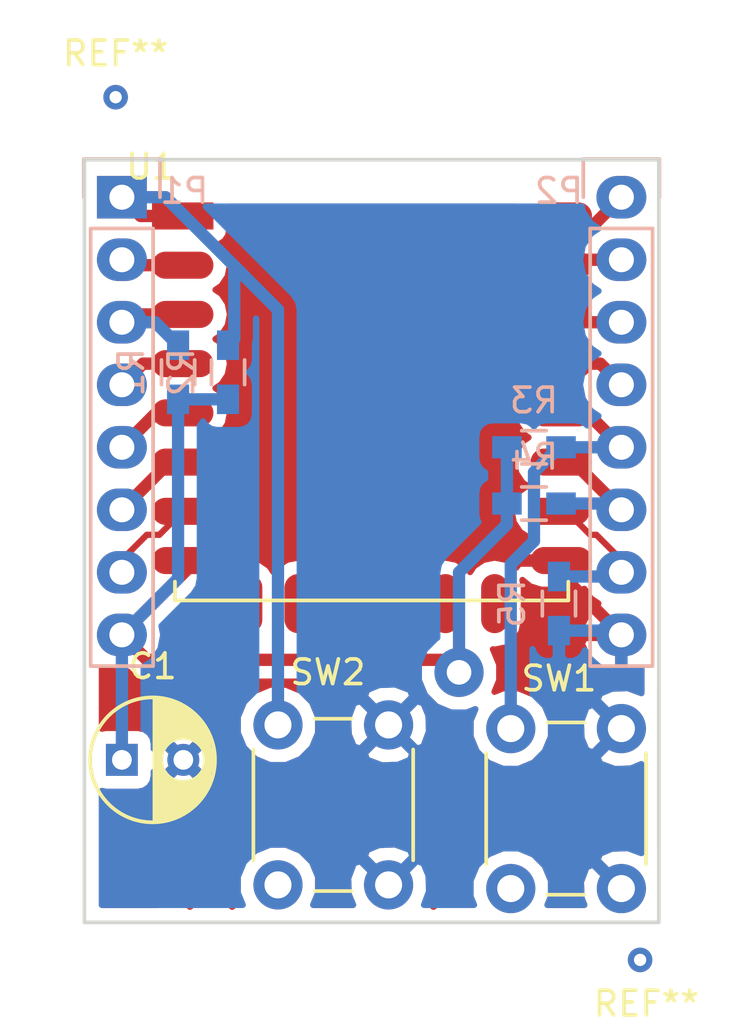
<source format=kicad_pcb>
(kicad_pcb (version 4) (host pcbnew 4.0.5+dfsg1-4)

  (general
    (links 36)
    (no_connects 2)
    (area 141.847499 101.302499 165.365501 132.440501)
    (thickness 1.6)
    (drawings 8)
    (tracks 72)
    (zones 0)
    (modules 13)
    (nets 17)
  )

  (page A4)
  (layers
    (0 F.Cu signal)
    (31 B.Cu signal)
    (32 B.Adhes user)
    (33 F.Adhes user)
    (34 B.Paste user)
    (35 F.Paste user)
    (36 B.SilkS user)
    (37 F.SilkS user)
    (38 B.Mask user)
    (39 F.Mask user)
    (40 Dwgs.User user)
    (41 Cmts.User user)
    (42 Eco1.User user)
    (43 Eco2.User user)
    (44 Edge.Cuts user)
    (45 Margin user)
    (46 B.CrtYd user)
    (47 F.CrtYd user)
    (48 B.Fab user)
    (49 F.Fab user)
  )

  (setup
    (last_trace_width 0.5)
    (user_trace_width 0.254)
    (user_trace_width 0.5)
    (trace_clearance 0.254)
    (zone_clearance 0.508)
    (zone_45_only no)
    (trace_min 0.2)
    (segment_width 0.2)
    (edge_width 0.15)
    (via_size 2)
    (via_drill 1)
    (via_min_size 0.4)
    (via_min_drill 0.3)
    (user_via 1.5 1)
    (uvia_size 0.3)
    (uvia_drill 0.1)
    (uvias_allowed no)
    (uvia_min_size 0.2)
    (uvia_min_drill 0.1)
    (pcb_text_width 0.3)
    (pcb_text_size 1.5 1.5)
    (mod_edge_width 0.15)
    (mod_text_size 1 1)
    (mod_text_width 0.15)
    (pad_size 1.524 1.524)
    (pad_drill 0.762)
    (pad_to_mask_clearance 0.2)
    (aux_axis_origin 0 0)
    (grid_origin 118.0465 77.5015)
    (visible_elements FFFFF77F)
    (pcbplotparams
      (layerselection 0x00000_00000001)
      (usegerberextensions false)
      (excludeedgelayer true)
      (linewidth 0.100000)
      (plotframeref false)
      (viasonmask false)
      (mode 1)
      (useauxorigin false)
      (hpglpennumber 1)
      (hpglpenspeed 20)
      (hpglpendiameter 15)
      (hpglpenoverlay 2)
      (psnegative false)
      (psa4output false)
      (plotreference false)
      (plotvalue false)
      (plotinvisibletext false)
      (padsonsilk false)
      (subtractmaskfromsilk false)
      (outputformat 5)
      (mirror true)
      (drillshape 1)
      (scaleselection 1)
      (outputdirectory /tmp/))
  )

  (net 0 "")
  (net 1 "Net-(P1-Pad1)")
  (net 2 "Net-(P1-Pad2)")
  (net 3 "Net-(P1-Pad3)")
  (net 4 "Net-(P1-Pad4)")
  (net 5 "Net-(P1-Pad5)")
  (net 6 "Net-(P1-Pad6)")
  (net 7 "Net-(P1-Pad7)")
  (net 8 "Net-(P2-Pad1)")
  (net 9 "Net-(P2-Pad2)")
  (net 10 "Net-(P2-Pad3)")
  (net 11 "Net-(P2-Pad4)")
  (net 12 "Net-(P2-Pad5)")
  (net 13 "Net-(P2-Pad6)")
  (net 14 "Net-(P2-Pad7)")
  (net 15 +3V3)
  (net 16 GND)

  (net_class Default "This is the default net class."
    (clearance 0.254)
    (trace_width 0.5)
    (via_dia 2)
    (via_drill 1)
    (uvia_dia 0.3)
    (uvia_drill 0.1)
    (add_net +3V3)
    (add_net GND)
    (add_net "Net-(P1-Pad1)")
    (add_net "Net-(P1-Pad2)")
    (add_net "Net-(P1-Pad3)")
    (add_net "Net-(P1-Pad4)")
    (add_net "Net-(P1-Pad5)")
    (add_net "Net-(P1-Pad6)")
    (add_net "Net-(P2-Pad1)")
    (add_net "Net-(P2-Pad2)")
    (add_net "Net-(P2-Pad3)")
    (add_net "Net-(P2-Pad4)")
    (add_net "Net-(P2-Pad6)")
    (add_net "Net-(P2-Pad7)")
  )

  (net_class thin ""
    (clearance 0.254)
    (trace_width 0.254)
    (via_dia 2)
    (via_drill 1)
    (uvia_dia 0.3)
    (uvia_drill 0.1)
    (add_net "Net-(P1-Pad7)")
    (add_net "Net-(P2-Pad5)")
  )

  (module Pin_Headers:Pin_Header_Straight_1x01 (layer F.Cu) (tedit 59ACF64A) (tstamp 59BFDC32)
    (at 143.1925 98.8375)
    (descr "Through hole pin header")
    (tags "pin header")
    (fp_text reference REF** (at 0 -1.778) (layer F.SilkS)
      (effects (font (size 1 1) (thickness 0.15)))
    )
    (fp_text value "" (at 0 -2) (layer F.Fab)
      (effects (font (size 1 1) (thickness 0.15)))
    )
    (pad 1 thru_hole circle (at 0 0) (size 1 1) (drill 0.5) (layers *.Cu *.Mask))
    (model Pin_Headers.3dshapes/Pin_Header_Straight_1x01.wrl
      (at (xyz 0 0 0))
      (scale (xyz 1 1 1))
      (rotate (xyz 0 0 90))
    )
  )

  (module Pin_Headers:Pin_Header_Straight_1x01 (layer F.Cu) (tedit 59ACF684) (tstamp 59BFDADC)
    (at 164.5285 133.8895)
    (descr "Through hole pin header")
    (tags "pin header")
    (fp_text reference REF** (at 0.254 1.778) (layer F.SilkS)
      (effects (font (size 1 1) (thickness 0.15)))
    )
    (fp_text value "" (at 0 -2) (layer F.Fab)
      (effects (font (size 1 1) (thickness 0.15)))
    )
    (pad 1 thru_hole circle (at 0 0) (size 1 1) (drill 0.5) (layers *.Cu *.Mask))
    (model Pin_Headers.3dshapes/Pin_Header_Straight_1x01.wrl
      (at (xyz 0 0 0))
      (scale (xyz 1 1 1))
      (rotate (xyz 0 0 90))
    )
  )

  (module Pin_Headers:Pin_Header_Straight_1x08 (layer B.Cu) (tedit 59ACF711) (tstamp 59ACDA29)
    (at 163.7665 102.9015 180)
    (descr "Through hole pin header")
    (tags "pin header")
    (path /59ACD781)
    (fp_text reference P2 (at 2.54 0.254 180) (layer B.SilkS)
      (effects (font (size 1 1) (thickness 0.15)) (justify mirror))
    )
    (fp_text value CONN_01X08 (at 0 3.1 180) (layer B.Fab)
      (effects (font (size 1 1) (thickness 0.15)) (justify mirror))
    )
    (fp_line (start -1.75 1.75) (end -1.75 -19.55) (layer B.CrtYd) (width 0.05))
    (fp_line (start 1.75 1.75) (end 1.75 -19.55) (layer B.CrtYd) (width 0.05))
    (fp_line (start -1.75 1.75) (end 1.75 1.75) (layer B.CrtYd) (width 0.05))
    (fp_line (start -1.75 -19.55) (end 1.75 -19.55) (layer B.CrtYd) (width 0.05))
    (fp_line (start 1.27 -1.27) (end 1.27 -19.05) (layer B.SilkS) (width 0.15))
    (fp_line (start 1.27 -19.05) (end -1.27 -19.05) (layer B.SilkS) (width 0.15))
    (fp_line (start -1.27 -19.05) (end -1.27 -1.27) (layer B.SilkS) (width 0.15))
    (fp_line (start 1.55 1.55) (end 1.55 0) (layer B.SilkS) (width 0.15))
    (fp_line (start 1.27 -1.27) (end -1.27 -1.27) (layer B.SilkS) (width 0.15))
    (fp_line (start -1.55 0) (end -1.55 1.55) (layer B.SilkS) (width 0.15))
    (fp_line (start -1.55 1.55) (end 1.55 1.55) (layer B.SilkS) (width 0.15))
    (pad 1 thru_hole oval (at 0 0 180) (size 2.032 1.7272) (drill 1.016) (layers *.Cu *.Mask)
      (net 8 "Net-(P2-Pad1)"))
    (pad 2 thru_hole oval (at 0 -2.54 180) (size 2.032 1.7272) (drill 1.016) (layers *.Cu *.Mask)
      (net 9 "Net-(P2-Pad2)"))
    (pad 3 thru_hole oval (at 0 -5.08 180) (size 2.032 1.7272) (drill 1.016) (layers *.Cu *.Mask)
      (net 10 "Net-(P2-Pad3)"))
    (pad 4 thru_hole oval (at 0 -7.62 180) (size 2.032 1.7272) (drill 1.016) (layers *.Cu *.Mask)
      (net 11 "Net-(P2-Pad4)"))
    (pad 5 thru_hole oval (at 0 -10.16 180) (size 2.032 1.7272) (drill 1.016) (layers *.Cu *.Mask)
      (net 12 "Net-(P2-Pad5)"))
    (pad 6 thru_hole oval (at 0 -12.7 180) (size 2.032 1.7272) (drill 1.016) (layers *.Cu *.Mask)
      (net 13 "Net-(P2-Pad6)"))
    (pad 7 thru_hole oval (at 0 -15.24 180) (size 2.032 1.7272) (drill 1.016) (layers *.Cu *.Mask)
      (net 14 "Net-(P2-Pad7)"))
    (pad 8 thru_hole oval (at 0 -17.78 180) (size 2.032 1.7272) (drill 1.016) (layers *.Cu *.Mask)
      (net 16 GND))
    (model Pin_Headers.3dshapes/Pin_Header_Straight_1x08.wrl
      (at (xyz 0 -0.35 0))
      (scale (xyz 1 1 1))
      (rotate (xyz 0 0 90))
    )
  )

  (module "esp12e SMD:ESP-12E" (layer F.Cu) (tedit 587078F2) (tstamp 58B78DC6)
    (at 146.6215 103.6635)
    (descr "Module, ESP-8266, ESP-12, 16 pad, SMD")
    (tags "Module ESP-8266 ESP8266")
    (path /586DECA6)
    (fp_text reference U1 (at -2 -2) (layer F.SilkS)
      (effects (font (size 1 1) (thickness 0.15)))
    )
    (fp_text value ESP-12E (at 8 1) (layer F.Fab)
      (effects (font (size 1 1) (thickness 0.15)))
    )
    (fp_line (start -2.25 -0.5) (end -2.25 -8.75) (layer F.CrtYd) (width 0.05))
    (fp_line (start -2.25 -8.75) (end 15.25 -8.75) (layer F.CrtYd) (width 0.05))
    (fp_line (start 15.25 -8.75) (end 16.25 -8.75) (layer F.CrtYd) (width 0.05))
    (fp_line (start 16.25 -8.75) (end 16.25 16) (layer F.CrtYd) (width 0.05))
    (fp_line (start 16.25 16) (end -2.25 16) (layer F.CrtYd) (width 0.05))
    (fp_line (start -2.25 16) (end -2.25 -0.5) (layer F.CrtYd) (width 0.05))
    (fp_line (start -1.016 -8.382) (end 14.986 -8.382) (layer F.CrtYd) (width 0.1524))
    (fp_line (start 14.986 -8.382) (end 14.986 -0.889) (layer F.CrtYd) (width 0.1524))
    (fp_line (start -1.016 -8.382) (end -1.016 -1.016) (layer F.CrtYd) (width 0.1524))
    (fp_line (start -1.016 14.859) (end -1.016 15.621) (layer F.SilkS) (width 0.1524))
    (fp_line (start -1.016 15.621) (end 14.986 15.621) (layer F.SilkS) (width 0.1524))
    (fp_line (start 14.986 15.621) (end 14.986 14.859) (layer F.SilkS) (width 0.1524))
    (fp_line (start 14.992 -8.4) (end -1.008 -2.6) (layer F.CrtYd) (width 0.1524))
    (fp_line (start -1.008 -8.4) (end 14.992 -2.6) (layer F.CrtYd) (width 0.1524))
    (fp_text user "No Copper" (at 6.892 -5.4) (layer F.CrtYd)
      (effects (font (size 1 1) (thickness 0.15)))
    )
    (fp_line (start -1.008 -2.6) (end 14.992 -2.6) (layer F.CrtYd) (width 0.1524))
    (fp_line (start 15 -8.4) (end 15 15.6) (layer F.Fab) (width 0.05))
    (fp_line (start 14.992 15.6) (end -1.008 15.6) (layer F.Fab) (width 0.05))
    (fp_line (start -1.008 15.6) (end -1.008 -8.4) (layer F.Fab) (width 0.05))
    (fp_line (start -1.008 -8.4) (end 14.992 -8.4) (layer F.Fab) (width 0.05))
    (pad 1 smd rect (at 0 0) (size 2.5 1.1) (drill (offset -0.7 0)) (layers F.Cu F.Paste F.Mask)
      (net 1 "Net-(P1-Pad1)"))
    (pad 2 smd oval (at 0 2) (size 2.5 1.1) (drill (offset -0.7 0)) (layers F.Cu F.Paste F.Mask)
      (net 2 "Net-(P1-Pad2)"))
    (pad 3 smd oval (at 0 4) (size 2.5 1.1) (drill (offset -0.7 0)) (layers F.Cu F.Paste F.Mask)
      (net 3 "Net-(P1-Pad3)"))
    (pad 4 smd oval (at 0 6) (size 2.5 1.1) (drill (offset -0.7 0)) (layers F.Cu F.Paste F.Mask)
      (net 4 "Net-(P1-Pad4)"))
    (pad 5 smd oval (at 0 8) (size 2.5 1.1) (drill (offset -0.7 0)) (layers F.Cu F.Paste F.Mask)
      (net 5 "Net-(P1-Pad5)"))
    (pad 6 smd oval (at 0 10) (size 2.5 1.1) (drill (offset -0.7 0)) (layers F.Cu F.Paste F.Mask)
      (net 6 "Net-(P1-Pad6)"))
    (pad 7 smd oval (at 0 12) (size 2.5 1.1) (drill (offset -0.7 0)) (layers F.Cu F.Paste F.Mask)
      (net 7 "Net-(P1-Pad7)"))
    (pad 8 smd oval (at 0 14) (size 2.5 1.1) (drill (offset -0.7 0)) (layers F.Cu F.Paste F.Mask)
      (net 15 +3V3))
    (pad 9 smd oval (at 14 14) (size 2.5 1.1) (drill (offset 0.7 0)) (layers F.Cu F.Paste F.Mask)
      (net 16 GND))
    (pad 10 smd oval (at 14 12) (size 2.5 1.1) (drill (offset 0.6 0)) (layers F.Cu F.Paste F.Mask)
      (net 14 "Net-(P2-Pad7)"))
    (pad 11 smd oval (at 14 10) (size 2.5 1.1) (drill (offset 0.7 0)) (layers F.Cu F.Paste F.Mask)
      (net 13 "Net-(P2-Pad6)"))
    (pad 12 smd oval (at 14 8) (size 2.5 1.1) (drill (offset 0.7 0)) (layers F.Cu F.Paste F.Mask)
      (net 12 "Net-(P2-Pad5)"))
    (pad 13 smd oval (at 14 6) (size 2.5 1.1) (drill (offset 0.7 0)) (layers F.Cu F.Paste F.Mask)
      (net 11 "Net-(P2-Pad4)"))
    (pad 14 smd oval (at 14 4) (size 2.5 1.1) (drill (offset 0.7 0)) (layers F.Cu F.Paste F.Mask)
      (net 10 "Net-(P2-Pad3)"))
    (pad 15 smd oval (at 14 2) (size 2.5 1.1) (drill (offset 0.7 0)) (layers F.Cu F.Paste F.Mask)
      (net 9 "Net-(P2-Pad2)"))
    (pad 16 smd oval (at 14 0) (size 2.5 1.1) (drill (offset 0.7 0)) (layers F.Cu F.Paste F.Mask)
      (net 8 "Net-(P2-Pad1)"))
    (pad 17 smd oval (at 1.99 15.75 90) (size 2.4 1.1) (layers F.Cu F.Paste F.Mask))
    (pad 18 smd oval (at 3.99 15.75 90) (size 2.4 1.1) (layers F.Cu F.Paste F.Mask))
    (pad 19 smd oval (at 5.99 15.75 90) (size 2.4 1.1) (layers F.Cu F.Paste F.Mask))
    (pad 20 smd oval (at 7.99 15.75 90) (size 2.4 1.1) (layers F.Cu F.Paste F.Mask))
    (pad 21 smd oval (at 9.99 15.75 90) (size 2.4 1.1) (layers F.Cu F.Paste F.Mask))
    (pad 22 smd oval (at 11.99 15.75 90) (size 2.4 1.1) (layers F.Cu F.Paste F.Mask))
    (model ${ESPLIB}/ESP8266.3dshapes/ESP-12.wrl
      (at (xyz 0 0 0))
      (scale (xyz 0.3937 0.3937 0.3937))
      (rotate (xyz 0 0 0))
    )
  )

  (module Pin_Headers:Pin_Header_Straight_1x08 (layer B.Cu) (tedit 59ACF70C) (tstamp 59ACDA1E)
    (at 143.4465 102.9015 180)
    (descr "Through hole pin header")
    (tags "pin header")
    (path /59ACD7D8)
    (fp_text reference P1 (at -2.54 0.254 180) (layer B.SilkS)
      (effects (font (size 1 1) (thickness 0.15)) (justify mirror))
    )
    (fp_text value CONN_01X08 (at 0 3.1 180) (layer B.Fab)
      (effects (font (size 1 1) (thickness 0.15)) (justify mirror))
    )
    (fp_line (start -1.75 1.75) (end -1.75 -19.55) (layer B.CrtYd) (width 0.05))
    (fp_line (start 1.75 1.75) (end 1.75 -19.55) (layer B.CrtYd) (width 0.05))
    (fp_line (start -1.75 1.75) (end 1.75 1.75) (layer B.CrtYd) (width 0.05))
    (fp_line (start -1.75 -19.55) (end 1.75 -19.55) (layer B.CrtYd) (width 0.05))
    (fp_line (start 1.27 -1.27) (end 1.27 -19.05) (layer B.SilkS) (width 0.15))
    (fp_line (start 1.27 -19.05) (end -1.27 -19.05) (layer B.SilkS) (width 0.15))
    (fp_line (start -1.27 -19.05) (end -1.27 -1.27) (layer B.SilkS) (width 0.15))
    (fp_line (start 1.55 1.55) (end 1.55 0) (layer B.SilkS) (width 0.15))
    (fp_line (start 1.27 -1.27) (end -1.27 -1.27) (layer B.SilkS) (width 0.15))
    (fp_line (start -1.55 0) (end -1.55 1.55) (layer B.SilkS) (width 0.15))
    (fp_line (start -1.55 1.55) (end 1.55 1.55) (layer B.SilkS) (width 0.15))
    (pad 1 thru_hole rect (at 0 0 180) (size 2.032 1.7272) (drill 1.016) (layers *.Cu *.Mask)
      (net 1 "Net-(P1-Pad1)"))
    (pad 2 thru_hole oval (at 0 -2.54 180) (size 2.032 1.7272) (drill 1.016) (layers *.Cu *.Mask)
      (net 2 "Net-(P1-Pad2)"))
    (pad 3 thru_hole oval (at 0 -5.08 180) (size 2.032 1.7272) (drill 1.016) (layers *.Cu *.Mask)
      (net 3 "Net-(P1-Pad3)"))
    (pad 4 thru_hole oval (at 0 -7.62 180) (size 2.032 1.7272) (drill 1.016) (layers *.Cu *.Mask)
      (net 4 "Net-(P1-Pad4)"))
    (pad 5 thru_hole oval (at 0 -10.16 180) (size 2.032 1.7272) (drill 1.016) (layers *.Cu *.Mask)
      (net 5 "Net-(P1-Pad5)"))
    (pad 6 thru_hole oval (at 0 -12.7 180) (size 2.032 1.7272) (drill 1.016) (layers *.Cu *.Mask)
      (net 6 "Net-(P1-Pad6)"))
    (pad 7 thru_hole oval (at 0 -15.24 180) (size 2.032 1.7272) (drill 1.016) (layers *.Cu *.Mask)
      (net 7 "Net-(P1-Pad7)"))
    (pad 8 thru_hole oval (at 0 -17.78 180) (size 2.032 1.7272) (drill 1.016) (layers *.Cu *.Mask)
      (net 15 +3V3))
    (model Pin_Headers.3dshapes/Pin_Header_Straight_1x08.wrl
      (at (xyz 0 -0.35 0))
      (scale (xyz 1 1 1))
      (rotate (xyz 0 0 90))
    )
  )

  (module Capacitors_ThroughHole:C_Radial_D5_L6_P2.5 (layer F.Cu) (tedit 0) (tstamp 59ACEFC2)
    (at 143.4465 125.7615)
    (descr "Radial Electrolytic Capacitor Diameter 5mm x Length 6mm, Pitch 2.5mm")
    (tags "Electrolytic Capacitor")
    (path /59ACE328)
    (fp_text reference C1 (at 1.25 -3.8) (layer F.SilkS)
      (effects (font (size 1 1) (thickness 0.15)))
    )
    (fp_text value 10uF (at 1.25 3.8) (layer F.Fab)
      (effects (font (size 1 1) (thickness 0.15)))
    )
    (fp_line (start 1.325 -2.499) (end 1.325 2.499) (layer F.SilkS) (width 0.15))
    (fp_line (start 1.465 -2.491) (end 1.465 2.491) (layer F.SilkS) (width 0.15))
    (fp_line (start 1.605 -2.475) (end 1.605 -0.095) (layer F.SilkS) (width 0.15))
    (fp_line (start 1.605 0.095) (end 1.605 2.475) (layer F.SilkS) (width 0.15))
    (fp_line (start 1.745 -2.451) (end 1.745 -0.49) (layer F.SilkS) (width 0.15))
    (fp_line (start 1.745 0.49) (end 1.745 2.451) (layer F.SilkS) (width 0.15))
    (fp_line (start 1.885 -2.418) (end 1.885 -0.657) (layer F.SilkS) (width 0.15))
    (fp_line (start 1.885 0.657) (end 1.885 2.418) (layer F.SilkS) (width 0.15))
    (fp_line (start 2.025 -2.377) (end 2.025 -0.764) (layer F.SilkS) (width 0.15))
    (fp_line (start 2.025 0.764) (end 2.025 2.377) (layer F.SilkS) (width 0.15))
    (fp_line (start 2.165 -2.327) (end 2.165 -0.835) (layer F.SilkS) (width 0.15))
    (fp_line (start 2.165 0.835) (end 2.165 2.327) (layer F.SilkS) (width 0.15))
    (fp_line (start 2.305 -2.266) (end 2.305 -0.879) (layer F.SilkS) (width 0.15))
    (fp_line (start 2.305 0.879) (end 2.305 2.266) (layer F.SilkS) (width 0.15))
    (fp_line (start 2.445 -2.196) (end 2.445 -0.898) (layer F.SilkS) (width 0.15))
    (fp_line (start 2.445 0.898) (end 2.445 2.196) (layer F.SilkS) (width 0.15))
    (fp_line (start 2.585 -2.114) (end 2.585 -0.896) (layer F.SilkS) (width 0.15))
    (fp_line (start 2.585 0.896) (end 2.585 2.114) (layer F.SilkS) (width 0.15))
    (fp_line (start 2.725 -2.019) (end 2.725 -0.871) (layer F.SilkS) (width 0.15))
    (fp_line (start 2.725 0.871) (end 2.725 2.019) (layer F.SilkS) (width 0.15))
    (fp_line (start 2.865 -1.908) (end 2.865 -0.823) (layer F.SilkS) (width 0.15))
    (fp_line (start 2.865 0.823) (end 2.865 1.908) (layer F.SilkS) (width 0.15))
    (fp_line (start 3.005 -1.78) (end 3.005 -0.745) (layer F.SilkS) (width 0.15))
    (fp_line (start 3.005 0.745) (end 3.005 1.78) (layer F.SilkS) (width 0.15))
    (fp_line (start 3.145 -1.631) (end 3.145 -0.628) (layer F.SilkS) (width 0.15))
    (fp_line (start 3.145 0.628) (end 3.145 1.631) (layer F.SilkS) (width 0.15))
    (fp_line (start 3.285 -1.452) (end 3.285 -0.44) (layer F.SilkS) (width 0.15))
    (fp_line (start 3.285 0.44) (end 3.285 1.452) (layer F.SilkS) (width 0.15))
    (fp_line (start 3.425 -1.233) (end 3.425 1.233) (layer F.SilkS) (width 0.15))
    (fp_line (start 3.565 -0.944) (end 3.565 0.944) (layer F.SilkS) (width 0.15))
    (fp_line (start 3.705 -0.472) (end 3.705 0.472) (layer F.SilkS) (width 0.15))
    (fp_circle (center 2.5 0) (end 2.5 -0.9) (layer F.SilkS) (width 0.15))
    (fp_circle (center 1.25 0) (end 1.25 -2.5375) (layer F.SilkS) (width 0.15))
    (fp_circle (center 1.25 0) (end 1.25 -2.8) (layer F.CrtYd) (width 0.05))
    (pad 1 thru_hole rect (at 0 0) (size 1.3 1.3) (drill 0.8) (layers *.Cu *.Mask)
      (net 15 +3V3))
    (pad 2 thru_hole circle (at 2.5 0) (size 1.3 1.3) (drill 0.8) (layers *.Cu *.Mask)
      (net 16 GND))
    (model Capacitors_ThroughHole.3dshapes/C_Radial_D5_L6_P2.5.wrl
      (at (xyz 0.0492126 0 0))
      (scale (xyz 1 1 1))
      (rotate (xyz 0 0 90))
    )
  )

  (module Resistors_SMD:R_0603_HandSoldering (layer B.Cu) (tedit 58307AEF) (tstamp 59ACEFD2)
    (at 145.7325 110.0135 270)
    (descr "Resistor SMD 0603, hand soldering")
    (tags "resistor 0603")
    (path /59ACF2F7)
    (attr smd)
    (fp_text reference R1 (at 0 1.9 270) (layer B.SilkS)
      (effects (font (size 1 1) (thickness 0.15)) (justify mirror))
    )
    (fp_text value 47k (at 0 -1.9 270) (layer B.Fab)
      (effects (font (size 1 1) (thickness 0.15)) (justify mirror))
    )
    (fp_line (start -0.8 -0.4) (end -0.8 0.4) (layer B.Fab) (width 0.1))
    (fp_line (start 0.8 -0.4) (end -0.8 -0.4) (layer B.Fab) (width 0.1))
    (fp_line (start 0.8 0.4) (end 0.8 -0.4) (layer B.Fab) (width 0.1))
    (fp_line (start -0.8 0.4) (end 0.8 0.4) (layer B.Fab) (width 0.1))
    (fp_line (start -2 0.8) (end 2 0.8) (layer B.CrtYd) (width 0.05))
    (fp_line (start -2 -0.8) (end 2 -0.8) (layer B.CrtYd) (width 0.05))
    (fp_line (start -2 0.8) (end -2 -0.8) (layer B.CrtYd) (width 0.05))
    (fp_line (start 2 0.8) (end 2 -0.8) (layer B.CrtYd) (width 0.05))
    (fp_line (start 0.5 -0.675) (end -0.5 -0.675) (layer B.SilkS) (width 0.15))
    (fp_line (start -0.5 0.675) (end 0.5 0.675) (layer B.SilkS) (width 0.15))
    (pad 1 smd rect (at -1.1 0 270) (size 1.2 0.9) (layers B.Cu B.Paste B.Mask)
      (net 3 "Net-(P1-Pad3)"))
    (pad 2 smd rect (at 1.1 0 270) (size 1.2 0.9) (layers B.Cu B.Paste B.Mask)
      (net 15 +3V3))
    (model Resistors_SMD.3dshapes/R_0603_HandSoldering.wrl
      (at (xyz 0 0 0))
      (scale (xyz 1 1 1))
      (rotate (xyz 0 0 0))
    )
  )

  (module Resistors_SMD:R_0603_HandSoldering (layer B.Cu) (tedit 58307AEF) (tstamp 59ACEFE2)
    (at 147.7645 110.0135 270)
    (descr "Resistor SMD 0603, hand soldering")
    (tags "resistor 0603")
    (path /59ACF09F)
    (attr smd)
    (fp_text reference R2 (at 0 1.9 270) (layer B.SilkS)
      (effects (font (size 1 1) (thickness 0.15)) (justify mirror))
    )
    (fp_text value 47k (at 0 -1.9 270) (layer B.Fab)
      (effects (font (size 1 1) (thickness 0.15)) (justify mirror))
    )
    (fp_line (start -0.8 -0.4) (end -0.8 0.4) (layer B.Fab) (width 0.1))
    (fp_line (start 0.8 -0.4) (end -0.8 -0.4) (layer B.Fab) (width 0.1))
    (fp_line (start 0.8 0.4) (end 0.8 -0.4) (layer B.Fab) (width 0.1))
    (fp_line (start -0.8 0.4) (end 0.8 0.4) (layer B.Fab) (width 0.1))
    (fp_line (start -2 0.8) (end 2 0.8) (layer B.CrtYd) (width 0.05))
    (fp_line (start -2 -0.8) (end 2 -0.8) (layer B.CrtYd) (width 0.05))
    (fp_line (start -2 0.8) (end -2 -0.8) (layer B.CrtYd) (width 0.05))
    (fp_line (start 2 0.8) (end 2 -0.8) (layer B.CrtYd) (width 0.05))
    (fp_line (start 0.5 -0.675) (end -0.5 -0.675) (layer B.SilkS) (width 0.15))
    (fp_line (start -0.5 0.675) (end 0.5 0.675) (layer B.SilkS) (width 0.15))
    (pad 1 smd rect (at -1.1 0 270) (size 1.2 0.9) (layers B.Cu B.Paste B.Mask)
      (net 1 "Net-(P1-Pad1)"))
    (pad 2 smd rect (at 1.1 0 270) (size 1.2 0.9) (layers B.Cu B.Paste B.Mask)
      (net 15 +3V3))
    (model Resistors_SMD.3dshapes/R_0603_HandSoldering.wrl
      (at (xyz 0 0 0))
      (scale (xyz 1 1 1))
      (rotate (xyz 0 0 0))
    )
  )

  (module Resistors_SMD:R_0603_HandSoldering (layer B.Cu) (tedit 58307AEF) (tstamp 59ACEFF2)
    (at 160.2105 113.0615 180)
    (descr "Resistor SMD 0603, hand soldering")
    (tags "resistor 0603")
    (path /59ACE6CA)
    (attr smd)
    (fp_text reference R3 (at 0 1.9 180) (layer B.SilkS)
      (effects (font (size 1 1) (thickness 0.15)) (justify mirror))
    )
    (fp_text value 47k (at 0 -1.9 180) (layer B.Fab)
      (effects (font (size 1 1) (thickness 0.15)) (justify mirror))
    )
    (fp_line (start -0.8 -0.4) (end -0.8 0.4) (layer B.Fab) (width 0.1))
    (fp_line (start 0.8 -0.4) (end -0.8 -0.4) (layer B.Fab) (width 0.1))
    (fp_line (start 0.8 0.4) (end 0.8 -0.4) (layer B.Fab) (width 0.1))
    (fp_line (start -0.8 0.4) (end 0.8 0.4) (layer B.Fab) (width 0.1))
    (fp_line (start -2 0.8) (end 2 0.8) (layer B.CrtYd) (width 0.05))
    (fp_line (start -2 -0.8) (end 2 -0.8) (layer B.CrtYd) (width 0.05))
    (fp_line (start -2 0.8) (end -2 -0.8) (layer B.CrtYd) (width 0.05))
    (fp_line (start 2 0.8) (end 2 -0.8) (layer B.CrtYd) (width 0.05))
    (fp_line (start 0.5 -0.675) (end -0.5 -0.675) (layer B.SilkS) (width 0.15))
    (fp_line (start -0.5 0.675) (end 0.5 0.675) (layer B.SilkS) (width 0.15))
    (pad 1 smd rect (at -1.1 0 180) (size 1.2 0.9) (layers B.Cu B.Paste B.Mask)
      (net 12 "Net-(P2-Pad5)"))
    (pad 2 smd rect (at 1.1 0 180) (size 1.2 0.9) (layers B.Cu B.Paste B.Mask)
      (net 15 +3V3))
    (model Resistors_SMD.3dshapes/R_0603_HandSoldering.wrl
      (at (xyz 0 0 0))
      (scale (xyz 1 1 1))
      (rotate (xyz 0 0 0))
    )
  )

  (module Resistors_SMD:R_0603_HandSoldering (layer B.Cu) (tedit 58307AEF) (tstamp 59ACF002)
    (at 160.2105 115.3475 180)
    (descr "Resistor SMD 0603, hand soldering")
    (tags "resistor 0603")
    (path /59ACE690)
    (attr smd)
    (fp_text reference R4 (at 0 1.9 180) (layer B.SilkS)
      (effects (font (size 1 1) (thickness 0.15)) (justify mirror))
    )
    (fp_text value 47k (at 0 -1.9 180) (layer B.Fab)
      (effects (font (size 1 1) (thickness 0.15)) (justify mirror))
    )
    (fp_line (start -0.8 -0.4) (end -0.8 0.4) (layer B.Fab) (width 0.1))
    (fp_line (start 0.8 -0.4) (end -0.8 -0.4) (layer B.Fab) (width 0.1))
    (fp_line (start 0.8 0.4) (end 0.8 -0.4) (layer B.Fab) (width 0.1))
    (fp_line (start -0.8 0.4) (end 0.8 0.4) (layer B.Fab) (width 0.1))
    (fp_line (start -2 0.8) (end 2 0.8) (layer B.CrtYd) (width 0.05))
    (fp_line (start -2 -0.8) (end 2 -0.8) (layer B.CrtYd) (width 0.05))
    (fp_line (start -2 0.8) (end -2 -0.8) (layer B.CrtYd) (width 0.05))
    (fp_line (start 2 0.8) (end 2 -0.8) (layer B.CrtYd) (width 0.05))
    (fp_line (start 0.5 -0.675) (end -0.5 -0.675) (layer B.SilkS) (width 0.15))
    (fp_line (start -0.5 0.675) (end 0.5 0.675) (layer B.SilkS) (width 0.15))
    (pad 1 smd rect (at -1.1 0 180) (size 1.2 0.9) (layers B.Cu B.Paste B.Mask)
      (net 13 "Net-(P2-Pad6)"))
    (pad 2 smd rect (at 1.1 0 180) (size 1.2 0.9) (layers B.Cu B.Paste B.Mask)
      (net 15 +3V3))
    (model Resistors_SMD.3dshapes/R_0603_HandSoldering.wrl
      (at (xyz 0 0 0))
      (scale (xyz 1 1 1))
      (rotate (xyz 0 0 0))
    )
  )

  (module Resistors_SMD:R_0603_HandSoldering (layer B.Cu) (tedit 58307AEF) (tstamp 59ACF012)
    (at 161.2265 119.4115 270)
    (descr "Resistor SMD 0603, hand soldering")
    (tags "resistor 0603")
    (path /59ACE49B)
    (attr smd)
    (fp_text reference R5 (at 0 1.9 270) (layer B.SilkS)
      (effects (font (size 1 1) (thickness 0.15)) (justify mirror))
    )
    (fp_text value 47k (at 0 -1.9 270) (layer B.Fab)
      (effects (font (size 1 1) (thickness 0.15)) (justify mirror))
    )
    (fp_line (start -0.8 -0.4) (end -0.8 0.4) (layer B.Fab) (width 0.1))
    (fp_line (start 0.8 -0.4) (end -0.8 -0.4) (layer B.Fab) (width 0.1))
    (fp_line (start 0.8 0.4) (end 0.8 -0.4) (layer B.Fab) (width 0.1))
    (fp_line (start -0.8 0.4) (end 0.8 0.4) (layer B.Fab) (width 0.1))
    (fp_line (start -2 0.8) (end 2 0.8) (layer B.CrtYd) (width 0.05))
    (fp_line (start -2 -0.8) (end 2 -0.8) (layer B.CrtYd) (width 0.05))
    (fp_line (start -2 0.8) (end -2 -0.8) (layer B.CrtYd) (width 0.05))
    (fp_line (start 2 0.8) (end 2 -0.8) (layer B.CrtYd) (width 0.05))
    (fp_line (start 0.5 -0.675) (end -0.5 -0.675) (layer B.SilkS) (width 0.15))
    (fp_line (start -0.5 0.675) (end 0.5 0.675) (layer B.SilkS) (width 0.15))
    (pad 1 smd rect (at -1.1 0 270) (size 1.2 0.9) (layers B.Cu B.Paste B.Mask)
      (net 14 "Net-(P2-Pad7)"))
    (pad 2 smd rect (at 1.1 0 270) (size 1.2 0.9) (layers B.Cu B.Paste B.Mask)
      (net 16 GND))
    (model Resistors_SMD.3dshapes/R_0603_HandSoldering.wrl
      (at (xyz 0 0 0))
      (scale (xyz 1 1 1))
      (rotate (xyz 0 0 0))
    )
  )

  (module Buttons_Switches_ThroughHole:SW_PUSH_6mm (layer F.Cu) (tedit 59ACF703) (tstamp 59ACF040)
    (at 163.7665 124.4915 270)
    (descr https://www.omron.com/ecb/products/pdf/en-b3f.pdf)
    (tags "tact sw push 6mm")
    (path /59ACE24C)
    (fp_text reference SW1 (at -2.032 2.54 360) (layer F.SilkS)
      (effects (font (size 1 1) (thickness 0.15)))
    )
    (fp_text value SW_Push (at 3.75 6.7 270) (layer F.Fab)
      (effects (font (size 1 1) (thickness 0.15)))
    )
    (fp_line (start 3.25 -0.75) (end 6.25 -0.75) (layer F.Fab) (width 0.1))
    (fp_line (start 6.25 -0.75) (end 6.25 5.25) (layer F.Fab) (width 0.1))
    (fp_line (start 6.25 5.25) (end 0.25 5.25) (layer F.Fab) (width 0.1))
    (fp_line (start 0.25 5.25) (end 0.25 -0.75) (layer F.Fab) (width 0.1))
    (fp_line (start 0.25 -0.75) (end 3.25 -0.75) (layer F.Fab) (width 0.1))
    (fp_line (start 7.75 6) (end 8 6) (layer F.CrtYd) (width 0.05))
    (fp_line (start 8 6) (end 8 5.75) (layer F.CrtYd) (width 0.05))
    (fp_line (start 7.75 -1.5) (end 8 -1.5) (layer F.CrtYd) (width 0.05))
    (fp_line (start 8 -1.5) (end 8 -1.25) (layer F.CrtYd) (width 0.05))
    (fp_line (start -1.5 -1.25) (end -1.5 -1.5) (layer F.CrtYd) (width 0.05))
    (fp_line (start -1.5 -1.5) (end -1.25 -1.5) (layer F.CrtYd) (width 0.05))
    (fp_line (start -1.5 5.75) (end -1.5 6) (layer F.CrtYd) (width 0.05))
    (fp_line (start -1.5 6) (end -1.25 6) (layer F.CrtYd) (width 0.05))
    (fp_line (start -1.25 -1.5) (end 7.75 -1.5) (layer F.CrtYd) (width 0.05))
    (fp_line (start -1.5 5.75) (end -1.5 -1.25) (layer F.CrtYd) (width 0.05))
    (fp_line (start 7.75 6) (end -1.25 6) (layer F.CrtYd) (width 0.05))
    (fp_line (start 8 -1.25) (end 8 5.75) (layer F.CrtYd) (width 0.05))
    (fp_line (start 1 5.5) (end 5.5 5.5) (layer F.SilkS) (width 0.15))
    (fp_line (start -0.25 1.5) (end -0.25 3) (layer F.SilkS) (width 0.15))
    (fp_line (start 5.5 -1) (end 1 -1) (layer F.SilkS) (width 0.15))
    (fp_line (start 6.75 3) (end 6.75 1.5) (layer F.SilkS) (width 0.15))
    (fp_circle (center 3.25 2.25) (end 1.25 2.5) (layer F.Fab) (width 0.1))
    (pad 2 thru_hole circle (at 0 4.5) (size 2 2) (drill 1.1) (layers *.Cu *.Mask)
      (net 12 "Net-(P2-Pad5)"))
    (pad 1 thru_hole circle (at 0 0) (size 2 2) (drill 1.1) (layers *.Cu *.Mask)
      (net 16 GND))
    (pad 2 thru_hole circle (at 6.5 4.5) (size 2 2) (drill 1.1) (layers *.Cu *.Mask)
      (net 12 "Net-(P2-Pad5)"))
    (pad 1 thru_hole circle (at 6.5 0) (size 2 2) (drill 1.1) (layers *.Cu *.Mask)
      (net 16 GND))
    (model Buttons_Switches_ThroughHole.3dshapes/SW_PUSH_6mm.wrl
      (at (xyz 0.005 0 0))
      (scale (xyz 0.3937 0.3937 0.3937))
      (rotate (xyz 0 0 0))
    )
  )

  (module Buttons_Switches_ThroughHole:SW_PUSH_6mm (layer F.Cu) (tedit 59ACF6FA) (tstamp 59ACF05E)
    (at 149.7965 130.8415 90)
    (descr https://www.omron.com/ecb/products/pdf/en-b3f.pdf)
    (tags "tact sw push 6mm")
    (path /59ACE3D9)
    (fp_text reference SW2 (at 8.636 2.032 180) (layer F.SilkS)
      (effects (font (size 1 1) (thickness 0.15)))
    )
    (fp_text value SW_Push (at 3.75 6.7 90) (layer F.Fab)
      (effects (font (size 1 1) (thickness 0.15)))
    )
    (fp_line (start 3.25 -0.75) (end 6.25 -0.75) (layer F.Fab) (width 0.1))
    (fp_line (start 6.25 -0.75) (end 6.25 5.25) (layer F.Fab) (width 0.1))
    (fp_line (start 6.25 5.25) (end 0.25 5.25) (layer F.Fab) (width 0.1))
    (fp_line (start 0.25 5.25) (end 0.25 -0.75) (layer F.Fab) (width 0.1))
    (fp_line (start 0.25 -0.75) (end 3.25 -0.75) (layer F.Fab) (width 0.1))
    (fp_line (start 7.75 6) (end 8 6) (layer F.CrtYd) (width 0.05))
    (fp_line (start 8 6) (end 8 5.75) (layer F.CrtYd) (width 0.05))
    (fp_line (start 7.75 -1.5) (end 8 -1.5) (layer F.CrtYd) (width 0.05))
    (fp_line (start 8 -1.5) (end 8 -1.25) (layer F.CrtYd) (width 0.05))
    (fp_line (start -1.5 -1.25) (end -1.5 -1.5) (layer F.CrtYd) (width 0.05))
    (fp_line (start -1.5 -1.5) (end -1.25 -1.5) (layer F.CrtYd) (width 0.05))
    (fp_line (start -1.5 5.75) (end -1.5 6) (layer F.CrtYd) (width 0.05))
    (fp_line (start -1.5 6) (end -1.25 6) (layer F.CrtYd) (width 0.05))
    (fp_line (start -1.25 -1.5) (end 7.75 -1.5) (layer F.CrtYd) (width 0.05))
    (fp_line (start -1.5 5.75) (end -1.5 -1.25) (layer F.CrtYd) (width 0.05))
    (fp_line (start 7.75 6) (end -1.25 6) (layer F.CrtYd) (width 0.05))
    (fp_line (start 8 -1.25) (end 8 5.75) (layer F.CrtYd) (width 0.05))
    (fp_line (start 1 5.5) (end 5.5 5.5) (layer F.SilkS) (width 0.15))
    (fp_line (start -0.25 1.5) (end -0.25 3) (layer F.SilkS) (width 0.15))
    (fp_line (start 5.5 -1) (end 1 -1) (layer F.SilkS) (width 0.15))
    (fp_line (start 6.75 3) (end 6.75 1.5) (layer F.SilkS) (width 0.15))
    (fp_circle (center 3.25 2.25) (end 1.25 2.5) (layer F.Fab) (width 0.1))
    (pad 2 thru_hole circle (at 0 4.5 180) (size 2 2) (drill 1.1) (layers *.Cu *.Mask)
      (net 16 GND))
    (pad 1 thru_hole circle (at 0 0 180) (size 2 2) (drill 1.1) (layers *.Cu *.Mask)
      (net 1 "Net-(P1-Pad1)"))
    (pad 2 thru_hole circle (at 6.5 4.5 180) (size 2 2) (drill 1.1) (layers *.Cu *.Mask)
      (net 16 GND))
    (pad 1 thru_hole circle (at 6.5 0 180) (size 2 2) (drill 1.1) (layers *.Cu *.Mask)
      (net 1 "Net-(P1-Pad1)"))
    (model Buttons_Switches_ThroughHole.3dshapes/SW_PUSH_6mm.wrl
      (at (xyz 0.005 0 0))
      (scale (xyz 0.3937 0.3937 0.3937))
      (rotate (xyz 0 0 0))
    )
  )

  (gr_text P (at 156.9085 130.3335) (layer F.Cu)
    (effects (font (size 3 3) (thickness 0.3)))
  )
  (gr_text R (at 147.0025 130.3335) (layer F.Cu)
    (effects (font (size 3 3) (thickness 0.3)))
  )
  (gr_line (start 165.2905 132.3655) (end 165.2905 122.9675) (angle 90) (layer Edge.Cuts) (width 0.15))
  (gr_line (start 141.9225 132.3655) (end 165.2905 132.3655) (angle 90) (layer Edge.Cuts) (width 0.15))
  (gr_line (start 141.9225 129.3175) (end 141.9225 132.3655) (angle 90) (layer Edge.Cuts) (width 0.15))
  (gr_line (start 165.2905 129.3175) (end 165.2905 101.3775) (angle 90) (layer Edge.Cuts) (width 0.15))
  (gr_line (start 141.9225 101.3775) (end 141.9225 129.3175) (angle 90) (layer Edge.Cuts) (width 0.15))
  (gr_line (start 165.2905 101.3775) (end 141.9225 101.3775) (angle 90) (layer Edge.Cuts) (width 0.15))

  (segment (start 148.0185 105.6955) (end 148.0185 108.6595) (width 0.5) (layer B.Cu) (net 1) (status 20))
  (segment (start 148.0185 108.6595) (end 147.7645 108.9135) (width 0.5) (layer B.Cu) (net 1) (tstamp 59ACF3B0) (status 30))
  (segment (start 149.7965 124.3415) (end 149.7965 107.4735) (width 0.5) (layer B.Cu) (net 1) (status 10))
  (segment (start 145.2245 102.9015) (end 143.4465 102.9015) (width 0.5) (layer B.Cu) (net 1) (tstamp 59ACF33E) (status 20))
  (segment (start 149.7965 107.4735) (end 148.0185 105.6955) (width 0.5) (layer B.Cu) (net 1) (tstamp 59ACF33C))
  (segment (start 148.0185 105.6955) (end 145.2245 102.9015) (width 0.5) (layer B.Cu) (net 1) (tstamp 59ACF3AE))
  (segment (start 146.6215 103.6635) (end 144.2085 103.6635) (width 0.5) (layer F.Cu) (net 1) (status 30))
  (segment (start 144.2085 103.6635) (end 143.4465 102.9015) (width 0.5) (layer F.Cu) (net 1) (tstamp 58B791FD) (status 30))
  (segment (start 146.6215 105.6635) (end 143.6685 105.6635) (width 0.5) (layer F.Cu) (net 2) (status 30))
  (segment (start 143.6685 105.6635) (end 143.4465 105.4415) (width 0.5) (layer F.Cu) (net 2) (tstamp 58B79200) (status 30))
  (segment (start 143.4465 107.9815) (end 144.8005 107.9815) (width 0.5) (layer B.Cu) (net 3) (status 10))
  (segment (start 144.8005 107.9815) (end 145.7325 108.9135) (width 0.5) (layer B.Cu) (net 3) (tstamp 59ACF397) (status 20))
  (segment (start 146.6215 107.6635) (end 143.7645 107.6635) (width 0.5) (layer F.Cu) (net 3) (status 30))
  (segment (start 143.7645 107.6635) (end 143.4465 107.9815) (width 0.5) (layer F.Cu) (net 3) (tstamp 58B79203) (status 30))
  (segment (start 146.6215 109.6635) (end 144.3045 109.6635) (width 0.5) (layer F.Cu) (net 4) (status 10))
  (segment (start 144.3045 109.6635) (end 143.4465 110.5215) (width 0.5) (layer F.Cu) (net 4) (tstamp 58B79207) (status 20))
  (segment (start 146.6215 111.6635) (end 144.8445 111.6635) (width 0.5) (layer F.Cu) (net 5) (status 30))
  (segment (start 144.8445 111.6635) (end 143.4465 113.0615) (width 0.5) (layer F.Cu) (net 5) (tstamp 58B7920A) (status 20))
  (segment (start 146.6215 113.6635) (end 145.3845 113.6635) (width 0.5) (layer F.Cu) (net 6) (status 30))
  (segment (start 145.3845 113.6635) (end 143.4465 115.6015) (width 0.5) (layer F.Cu) (net 6) (tstamp 58B7920D) (status 30))
  (segment (start 146.6215 115.6635) (end 145.9245 115.6635) (width 0.254) (layer F.Cu) (net 7) (status 30))
  (segment (start 145.9245 115.6635) (end 144.9705 116.6175) (width 0.254) (layer F.Cu) (net 7) (tstamp 58B79271) (status 10))
  (segment (start 144.9705 116.6175) (end 144.4625 116.6175) (width 0.254) (layer F.Cu) (net 7) (tstamp 58B79273))
  (segment (start 144.4625 116.6175) (end 143.4465 117.6335) (width 0.254) (layer F.Cu) (net 7) (tstamp 58B79274) (status 20))
  (segment (start 143.4465 117.6335) (end 143.4465 118.1415) (width 0.254) (layer F.Cu) (net 7) (tstamp 58B79275) (status 30))
  (segment (start 163.7665 102.9015) (end 162.4965 104.1715) (width 0.5) (layer F.Cu) (net 8) (status 10))
  (segment (start 162.4965 104.1715) (end 161.1295 104.1715) (width 0.5) (layer F.Cu) (net 8) (tstamp 59ACDAF5) (status 20))
  (segment (start 161.1295 104.1715) (end 160.6215 103.6635) (width 0.5) (layer F.Cu) (net 8) (tstamp 59ACDAF7) (status 30))
  (segment (start 163.7665 105.4415) (end 160.8435 105.4415) (width 0.5) (layer F.Cu) (net 9) (status 30))
  (segment (start 160.8435 105.4415) (end 160.6215 105.6635) (width 0.5) (layer F.Cu) (net 9) (tstamp 59ACDAFA) (status 30))
  (segment (start 163.7665 107.9815) (end 160.9395 107.9815) (width 0.5) (layer F.Cu) (net 10) (status 30))
  (segment (start 160.9395 107.9815) (end 160.6215 107.6635) (width 0.5) (layer F.Cu) (net 10) (tstamp 59ACDAFD) (status 30))
  (segment (start 160.6215 109.6635) (end 162.9085 109.6635) (width 0.5) (layer F.Cu) (net 11) (status 10))
  (segment (start 162.9085 109.6635) (end 163.7665 110.5215) (width 0.5) (layer F.Cu) (net 11) (tstamp 59ACDB00) (status 20))
  (segment (start 161.3105 113.0615) (end 161.2265 113.0615) (width 0.5) (layer B.Cu) (net 12) (status 30))
  (segment (start 161.2265 113.0615) (end 160.2105 114.0775) (width 0.5) (layer B.Cu) (net 12) (tstamp 59ACF36B) (status 10))
  (segment (start 159.2665 117.8155) (end 159.2665 124.4915) (width 0.5) (layer B.Cu) (net 12) (tstamp 59ACF36E) (status 20))
  (segment (start 160.2105 116.8715) (end 159.2665 117.8155) (width 0.5) (layer B.Cu) (net 12) (tstamp 59ACF36D))
  (segment (start 160.2105 114.0775) (end 160.2105 116.8715) (width 0.5) (layer B.Cu) (net 12) (tstamp 59ACF36C))
  (segment (start 161.3105 113.0615) (end 163.7665 113.0615) (width 0.5) (layer B.Cu) (net 12) (status 30))
  (segment (start 160.6215 111.6635) (end 162.3685 111.6635) (width 0.5) (layer F.Cu) (net 12) (status 30))
  (segment (start 162.3685 111.6635) (end 163.7665 113.0615) (width 0.5) (layer F.Cu) (net 12) (tstamp 59ACDB5A) (status 20))
  (segment (start 161.3105 115.3475) (end 163.5125 115.3475) (width 0.5) (layer B.Cu) (net 13) (status 30))
  (segment (start 163.5125 115.3475) (end 163.7665 115.6015) (width 0.5) (layer B.Cu) (net 13) (tstamp 59ACF344) (status 30))
  (segment (start 160.6215 113.6635) (end 161.8285 113.6635) (width 0.5) (layer F.Cu) (net 13) (status 30))
  (segment (start 161.8285 113.6635) (end 163.7665 115.6015) (width 0.5) (layer F.Cu) (net 13) (tstamp 59ACDAA2) (status 30))
  (segment (start 161.2265 118.3115) (end 163.5965 118.3115) (width 0.5) (layer B.Cu) (net 14) (status 30))
  (segment (start 163.5965 118.3115) (end 163.7665 118.1415) (width 0.5) (layer B.Cu) (net 14) (tstamp 59ACF253) (status 30))
  (segment (start 160.6215 115.6635) (end 161.5425 115.6635) (width 0.254) (layer F.Cu) (net 14) (status 30))
  (segment (start 161.5425 115.6635) (end 162.4965 116.6175) (width 0.254) (layer F.Cu) (net 14) (tstamp 59ACDB7C) (status 10))
  (segment (start 162.7505 116.6175) (end 163.7665 117.6335) (width 0.254) (layer F.Cu) (net 14) (tstamp 59ACDB7F) (status 20))
  (segment (start 162.4965 116.6175) (end 162.7505 116.6175) (width 0.254) (layer F.Cu) (net 14) (tstamp 59ACDB7D))
  (segment (start 163.7665 117.6335) (end 163.7665 118.1415) (width 0.254) (layer F.Cu) (net 14) (tstamp 59ACDB82) (status 30))
  (segment (start 160.6215 115.6635) (end 161.2885 115.6635) (width 0.254) (layer F.Cu) (net 14) (status 30))
  (segment (start 159.1105 115.3475) (end 159.1105 116.1935) (width 0.5) (layer B.Cu) (net 15) (status 10))
  (segment (start 144.4625 121.6975) (end 143.4465 120.6815) (width 0.5) (layer F.Cu) (net 15) (tstamp 59ACF3CB) (status 20))
  (segment (start 156.6545 121.6975) (end 144.4625 121.6975) (width 0.5) (layer F.Cu) (net 15) (tstamp 59ACF3CA))
  (segment (start 157.1625 122.2055) (end 156.6545 121.6975) (width 0.5) (layer F.Cu) (net 15) (tstamp 59ACF3C9))
  (via (at 157.1625 122.2055) (size 2) (drill 1) (layers F.Cu B.Cu) (net 15))
  (segment (start 157.1625 118.1415) (end 157.1625 122.2055) (width 0.5) (layer B.Cu) (net 15) (tstamp 59ACF3C7))
  (segment (start 159.1105 116.1935) (end 157.1625 118.1415) (width 0.5) (layer B.Cu) (net 15) (tstamp 59ACF3C6))
  (segment (start 147.7645 111.1135) (end 145.7325 111.1135) (width 0.5) (layer B.Cu) (net 15) (status 30))
  (segment (start 145.7325 111.1135) (end 145.7325 118.3955) (width 0.5) (layer B.Cu) (net 15) (status 10))
  (segment (start 145.7325 118.3955) (end 143.4465 120.6815) (width 0.5) (layer B.Cu) (net 15) (tstamp 59ACF39A) (status 20))
  (segment (start 159.1105 113.0615) (end 159.1105 115.3475) (width 0.5) (layer B.Cu) (net 15) (status 30))
  (segment (start 143.4465 125.7615) (end 143.4465 120.6815) (width 0.5) (layer B.Cu) (net 15) (status 30))
  (segment (start 146.6215 117.6635) (end 146.4645 117.6635) (width 0.5) (layer F.Cu) (net 15) (status 30))
  (segment (start 146.4645 117.6635) (end 143.4465 120.6815) (width 0.5) (layer F.Cu) (net 15) (tstamp 58B79212) (status 30))
  (segment (start 161.2265 120.5115) (end 163.5965 120.5115) (width 0.5) (layer B.Cu) (net 16) (status 30))
  (segment (start 163.5965 120.5115) (end 163.7665 120.6815) (width 0.5) (layer B.Cu) (net 16) (tstamp 59ACF250) (status 30))
  (segment (start 160.6215 117.6635) (end 160.7485 117.6635) (width 0.5) (layer F.Cu) (net 16) (status 30))
  (segment (start 160.7485 117.6635) (end 163.7665 120.6815) (width 0.5) (layer F.Cu) (net 16) (tstamp 59ACDA9F) (status 30))

  (zone (net 16) (net_name GND) (layer F.Cu) (tstamp 59ACF43B) (hatch edge 0.508)
    (connect_pads (clearance 0.508))
    (min_thickness 0.254)
    (fill yes (arc_segments 16) (thermal_gap 0.508) (thermal_bridge_width 0.508))
    (polygon
      (pts
        (xy 165.2905 132.3655) (xy 141.9225 132.3655) (xy 141.9225 103.1555) (xy 165.2905 103.1555)
      )
    )
    (filled_polygon
      (pts
        (xy 159.399571 103.6635) (xy 159.489774 104.11698) (xy 159.746649 104.501422) (xy 159.989217 104.6635) (xy 159.746649 104.825578)
        (xy 159.489774 105.21002) (xy 159.399571 105.6635) (xy 159.489774 106.11698) (xy 159.746649 106.501422) (xy 159.989217 106.6635)
        (xy 159.746649 106.825578) (xy 159.489774 107.21002) (xy 159.399571 107.6635) (xy 159.489774 108.11698) (xy 159.746649 108.501422)
        (xy 159.989217 108.6635) (xy 159.746649 108.825578) (xy 159.489774 109.21002) (xy 159.399571 109.6635) (xy 159.489774 110.11698)
        (xy 159.746649 110.501422) (xy 159.989217 110.6635) (xy 159.746649 110.825578) (xy 159.489774 111.21002) (xy 159.399571 111.6635)
        (xy 159.489774 112.11698) (xy 159.746649 112.501422) (xy 159.989217 112.6635) (xy 159.746649 112.825578) (xy 159.489774 113.21002)
        (xy 159.399571 113.6635) (xy 159.489774 114.11698) (xy 159.746649 114.501422) (xy 159.939217 114.630091) (xy 159.646649 114.825578)
        (xy 159.389774 115.21002) (xy 159.299571 115.6635) (xy 159.389774 116.11698) (xy 159.646649 116.501422) (xy 159.948191 116.702905)
        (xy 159.693776 116.915382) (xy 159.478102 117.327354) (xy 159.477697 117.353756) (xy 159.603139 117.5365) (xy 161.1945 117.5365)
        (xy 161.1945 117.5165) (xy 161.4485 117.5165) (xy 161.4485 117.5365) (xy 161.4685 117.5365) (xy 161.4685 117.7905)
        (xy 161.4485 117.7905) (xy 161.4485 118.8485) (xy 162.1485 118.8485) (xy 162.262595 118.812816) (xy 162.522085 119.20117)
        (xy 162.831569 119.407961) (xy 162.415768 119.779464) (xy 162.161791 120.306709) (xy 162.159142 120.322474) (xy 162.280283 120.5545)
        (xy 163.6395 120.5545) (xy 163.6395 120.5345) (xy 163.8935 120.5345) (xy 163.8935 120.5545) (xy 163.9135 120.5545)
        (xy 163.9135 120.8085) (xy 163.8935 120.8085) (xy 163.8935 122.022424) (xy 164.128413 122.166684) (xy 164.5805 122.008546)
        (xy 164.5805 123.049724) (xy 164.031039 122.845592) (xy 163.38104 122.869644) (xy 162.892236 123.072113) (xy 162.793573 123.338968)
        (xy 163.7665 124.311895) (xy 163.780643 124.297753) (xy 163.960248 124.477358) (xy 163.946105 124.4915) (xy 163.960248 124.505643)
        (xy 163.780643 124.685248) (xy 163.7665 124.671105) (xy 162.793573 125.644032) (xy 162.892236 125.910887) (xy 163.501961 126.137408)
        (xy 164.15196 126.113356) (xy 164.5805 125.935849) (xy 164.5805 129.549724) (xy 164.031039 129.345592) (xy 163.38104 129.369644)
        (xy 162.892236 129.572113) (xy 162.793573 129.838968) (xy 163.7665 130.811895) (xy 163.780643 130.797753) (xy 163.960248 130.977358)
        (xy 163.946105 130.9915) (xy 163.960248 131.005643) (xy 163.780643 131.185248) (xy 163.7665 131.171105) (xy 163.752358 131.185248)
        (xy 163.572753 131.005643) (xy 163.586895 130.9915) (xy 162.613968 130.018573) (xy 162.347113 130.117236) (xy 162.120592 130.726961)
        (xy 162.144644 131.37696) (xy 162.260019 131.6555) (xy 160.761136 131.6555) (xy 160.901216 131.318148) (xy 160.901784 130.667705)
        (xy 160.653394 130.066557) (xy 160.193863 129.606222) (xy 159.593148 129.356784) (xy 159.0435 129.356304) (xy 159.0435 127.4485)
        (xy 154.7735 127.4485) (xy 154.7735 129.274524) (xy 154.561039 129.195592) (xy 153.91104 129.219644) (xy 153.422236 129.422113)
        (xy 153.323573 129.688968) (xy 154.2965 130.661895) (xy 154.310643 130.647753) (xy 154.490248 130.827358) (xy 154.476105 130.8415)
        (xy 154.490248 130.855643) (xy 154.310643 131.035248) (xy 154.2965 131.021105) (xy 154.282358 131.035248) (xy 154.102753 130.855643)
        (xy 154.116895 130.8415) (xy 153.143968 129.868573) (xy 152.877113 129.967236) (xy 152.650592 130.576961) (xy 152.674644 131.22696)
        (xy 152.852151 131.6555) (xy 151.22885 131.6555) (xy 151.431216 131.168148) (xy 151.431784 130.517705) (xy 151.183394 129.916557)
        (xy 150.723863 129.456222) (xy 150.123148 129.206784) (xy 149.472705 129.206216) (xy 149.1375 129.34472) (xy 149.1375 127.4485)
        (xy 144.8675 127.4485) (xy 144.8675 131.6555) (xy 142.6325 131.6555) (xy 142.6325 127.025729) (xy 142.7965 127.05894)
        (xy 144.0965 127.05894) (xy 144.331817 127.014662) (xy 144.547941 126.87559) (xy 144.692931 126.66339) (xy 144.693512 126.660516)
        (xy 145.22709 126.660516) (xy 145.282771 126.891111) (xy 145.765578 127.059122) (xy 146.275928 127.029583) (xy 146.610229 126.891111)
        (xy 146.66591 126.660516) (xy 145.9465 125.941105) (xy 145.22709 126.660516) (xy 144.693512 126.660516) (xy 144.74394 126.4115)
        (xy 144.74394 126.249115) (xy 144.816889 126.425229) (xy 145.047484 126.48091) (xy 145.766895 125.7615) (xy 146.126105 125.7615)
        (xy 146.845516 126.48091) (xy 147.076111 126.425229) (xy 147.244122 125.942422) (xy 147.214583 125.432072) (xy 147.076111 125.097771)
        (xy 146.845516 125.04209) (xy 146.126105 125.7615) (xy 145.766895 125.7615) (xy 145.047484 125.04209) (xy 144.816889 125.097771)
        (xy 144.74394 125.307402) (xy 144.74394 125.1115) (xy 144.699662 124.876183) (xy 144.690847 124.862484) (xy 145.22709 124.862484)
        (xy 145.9465 125.581895) (xy 146.66591 124.862484) (xy 146.618296 124.665295) (xy 148.161216 124.665295) (xy 148.409606 125.266443)
        (xy 148.869137 125.726778) (xy 149.469852 125.976216) (xy 150.120295 125.976784) (xy 150.721443 125.728394) (xy 150.956215 125.494032)
        (xy 153.323573 125.494032) (xy 153.422236 125.760887) (xy 154.031961 125.987408) (xy 154.68196 125.963356) (xy 155.170764 125.760887)
        (xy 155.269427 125.494032) (xy 154.2965 124.521105) (xy 153.323573 125.494032) (xy 150.956215 125.494032) (xy 151.181778 125.268863)
        (xy 151.431216 124.668148) (xy 151.431732 124.076961) (xy 152.650592 124.076961) (xy 152.674644 124.72696) (xy 152.877113 125.215764)
        (xy 153.143968 125.314427) (xy 154.116895 124.3415) (xy 154.476105 124.3415) (xy 155.449032 125.314427) (xy 155.715887 125.215764)
        (xy 155.942408 124.606039) (xy 155.918356 123.95604) (xy 155.715887 123.467236) (xy 155.449032 123.368573) (xy 154.476105 124.3415)
        (xy 154.116895 124.3415) (xy 153.143968 123.368573) (xy 152.877113 123.467236) (xy 152.650592 124.076961) (xy 151.431732 124.076961)
        (xy 151.431784 124.017705) (xy 151.183394 123.416557) (xy 150.956203 123.188968) (xy 153.323573 123.188968) (xy 154.2965 124.161895)
        (xy 155.269427 123.188968) (xy 155.170764 122.922113) (xy 154.561039 122.695592) (xy 153.91104 122.719644) (xy 153.422236 122.922113)
        (xy 153.323573 123.188968) (xy 150.956203 123.188968) (xy 150.723863 122.956222) (xy 150.123148 122.706784) (xy 149.472705 122.706216)
        (xy 148.871557 122.954606) (xy 148.411222 123.414137) (xy 148.161784 124.014852) (xy 148.161216 124.665295) (xy 146.618296 124.665295)
        (xy 146.610229 124.631889) (xy 146.127422 124.463878) (xy 145.617072 124.493417) (xy 145.282771 124.631889) (xy 145.22709 124.862484)
        (xy 144.690847 124.862484) (xy 144.56059 124.660059) (xy 144.34839 124.515069) (xy 144.0965 124.46406) (xy 142.7965 124.46406)
        (xy 142.6325 124.494919) (xy 142.6325 122.028764) (xy 142.688266 122.066026) (xy 143.261755 122.1801) (xy 143.631245 122.1801)
        (xy 143.683189 122.169768) (xy 143.836708 122.323287) (xy 143.83671 122.32329) (xy 144.123825 122.515133) (xy 144.180016 122.52631)
        (xy 144.4625 122.582501) (xy 144.462505 122.5825) (xy 155.5492 122.5825) (xy 155.775606 123.130443) (xy 156.235137 123.590778)
        (xy 156.835852 123.840216) (xy 157.486295 123.840784) (xy 157.824349 123.701102) (xy 157.631784 124.164852) (xy 157.631216 124.815295)
        (xy 157.879606 125.416443) (xy 158.339137 125.876778) (xy 158.939852 126.126216) (xy 159.590295 126.126784) (xy 160.191443 125.878394)
        (xy 160.651778 125.418863) (xy 160.901216 124.818148) (xy 160.901732 124.226961) (xy 162.120592 124.226961) (xy 162.144644 124.87696)
        (xy 162.347113 125.365764) (xy 162.613968 125.464427) (xy 163.586895 124.4915) (xy 162.613968 123.518573) (xy 162.347113 123.617236)
        (xy 162.120592 124.226961) (xy 160.901732 124.226961) (xy 160.901784 124.167705) (xy 160.653394 123.566557) (xy 160.193863 123.106222)
        (xy 159.593148 122.856784) (xy 158.942705 122.856216) (xy 158.604651 122.995898) (xy 158.797216 122.532148) (xy 158.797784 121.881705)
        (xy 158.549394 121.280557) (xy 158.538856 121.27) (xy 158.6115 121.28445) (xy 159.06498 121.194247) (xy 159.29504 121.040526)
        (xy 162.159142 121.040526) (xy 162.161791 121.056291) (xy 162.415768 121.583536) (xy 162.85218 121.973454) (xy 163.404587 122.166684)
        (xy 163.6395 122.022424) (xy 163.6395 120.8085) (xy 162.280283 120.8085) (xy 162.159142 121.040526) (xy 159.29504 121.040526)
        (xy 159.449422 120.937372) (xy 159.706297 120.55293) (xy 159.7965 120.09945) (xy 159.7965 118.72755) (xy 159.741602 118.451561)
        (xy 160.050687 118.709696) (xy 160.4945 118.8485) (xy 161.1945 118.8485) (xy 161.1945 117.7905) (xy 159.603139 117.7905)
        (xy 159.491681 117.952873) (xy 159.449422 117.889628) (xy 159.06498 117.632753) (xy 158.6115 117.54255) (xy 158.15802 117.632753)
        (xy 157.773578 117.889628) (xy 157.6115 118.132196) (xy 157.449422 117.889628) (xy 157.06498 117.632753) (xy 156.6115 117.54255)
        (xy 156.15802 117.632753) (xy 155.773578 117.889628) (xy 155.6115 118.132196) (xy 155.449422 117.889628) (xy 155.06498 117.632753)
        (xy 154.6115 117.54255) (xy 154.15802 117.632753) (xy 153.773578 117.889628) (xy 153.6115 118.132196) (xy 153.449422 117.889628)
        (xy 153.06498 117.632753) (xy 152.6115 117.54255) (xy 152.15802 117.632753) (xy 151.773578 117.889628) (xy 151.6115 118.132196)
        (xy 151.449422 117.889628) (xy 151.06498 117.632753) (xy 150.6115 117.54255) (xy 150.15802 117.632753) (xy 149.773578 117.889628)
        (xy 149.6115 118.132196) (xy 149.449422 117.889628) (xy 149.06498 117.632753) (xy 148.6115 117.54255) (xy 148.15802 117.632753)
        (xy 147.802262 117.870462) (xy 147.843429 117.6635) (xy 147.753226 117.21002) (xy 147.496351 116.825578) (xy 147.253783 116.6635)
        (xy 147.496351 116.501422) (xy 147.753226 116.11698) (xy 147.843429 115.6635) (xy 147.753226 115.21002) (xy 147.496351 114.825578)
        (xy 147.253783 114.6635) (xy 147.496351 114.501422) (xy 147.753226 114.11698) (xy 147.843429 113.6635) (xy 147.753226 113.21002)
        (xy 147.496351 112.825578) (xy 147.253783 112.6635) (xy 147.496351 112.501422) (xy 147.753226 112.11698) (xy 147.843429 111.6635)
        (xy 147.753226 111.21002) (xy 147.496351 110.825578) (xy 147.253783 110.6635) (xy 147.496351 110.501422) (xy 147.753226 110.11698)
        (xy 147.843429 109.6635) (xy 147.753226 109.21002) (xy 147.496351 108.825578) (xy 147.253783 108.6635) (xy 147.496351 108.501422)
        (xy 147.753226 108.11698) (xy 147.843429 107.6635) (xy 147.753226 107.21002) (xy 147.496351 106.825578) (xy 147.253783 106.6635)
        (xy 147.496351 106.501422) (xy 147.753226 106.11698) (xy 147.843429 105.6635) (xy 147.753226 105.21002) (xy 147.496351 104.825578)
        (xy 147.445629 104.791687) (xy 147.622941 104.67759) (xy 147.767931 104.46539) (xy 147.81894 104.2135) (xy 147.81894 103.2825)
        (xy 159.475357 103.2825)
      )
    )
  )
  (zone (net 16) (net_name GND) (layer B.Cu) (tstamp 59ACF43B) (hatch edge 0.508)
    (connect_pads (clearance 0.508))
    (min_thickness 0.254)
    (fill yes (arc_segments 16) (thermal_gap 0.508) (thermal_bridge_width 0.508))
    (polygon
      (pts
        (xy 165.2905 132.3655) (xy 141.9225 132.3655) (xy 141.9225 103.1555) (xy 165.2905 103.1555)
      )
    )
    (filled_polygon
      (pts
        (xy 162.197229 103.474989) (xy 162.522085 103.96117) (xy 162.836866 104.1715) (xy 162.522085 104.38183) (xy 162.197229 104.868011)
        (xy 162.083155 105.4415) (xy 162.197229 106.014989) (xy 162.522085 106.50117) (xy 162.836866 106.7115) (xy 162.522085 106.92183)
        (xy 162.197229 107.408011) (xy 162.083155 107.9815) (xy 162.197229 108.554989) (xy 162.522085 109.04117) (xy 162.836866 109.2515)
        (xy 162.522085 109.46183) (xy 162.197229 109.948011) (xy 162.083155 110.5215) (xy 162.197229 111.094989) (xy 162.522085 111.58117)
        (xy 162.836866 111.7915) (xy 162.522085 112.00183) (xy 162.405374 112.1765) (xy 162.385169 112.1765) (xy 162.37459 112.160059)
        (xy 162.16239 112.015069) (xy 161.9105 111.96406) (xy 160.7105 111.96406) (xy 160.475183 112.008338) (xy 160.259059 112.14741)
        (xy 160.211366 112.217211) (xy 160.17459 112.160059) (xy 159.96239 112.015069) (xy 159.7105 111.96406) (xy 158.5105 111.96406)
        (xy 158.275183 112.008338) (xy 158.059059 112.14741) (xy 157.914069 112.35961) (xy 157.86306 112.6115) (xy 157.86306 113.5115)
        (xy 157.907338 113.746817) (xy 158.04641 113.962941) (xy 158.2255 114.085308) (xy 158.2255 114.326308) (xy 158.059059 114.43341)
        (xy 157.914069 114.64561) (xy 157.86306 114.8975) (xy 157.86306 115.7975) (xy 157.907338 116.032817) (xy 157.951294 116.101127)
        (xy 156.53671 117.51571) (xy 156.344867 117.802825) (xy 156.344867 117.802826) (xy 156.277499 118.1415) (xy 156.2775 118.141505)
        (xy 156.2775 120.802102) (xy 156.237557 120.818606) (xy 155.777222 121.278137) (xy 155.527784 121.878852) (xy 155.527216 122.529295)
        (xy 155.775606 123.130443) (xy 156.235137 123.590778) (xy 156.835852 123.840216) (xy 157.486295 123.840784) (xy 157.824349 123.701102)
        (xy 157.631784 124.164852) (xy 157.631216 124.815295) (xy 157.879606 125.416443) (xy 158.339137 125.876778) (xy 158.939852 126.126216)
        (xy 159.590295 126.126784) (xy 160.191443 125.878394) (xy 160.651778 125.418863) (xy 160.901216 124.818148) (xy 160.901732 124.226961)
        (xy 162.120592 124.226961) (xy 162.144644 124.87696) (xy 162.347113 125.365764) (xy 162.613968 125.464427) (xy 163.586895 124.4915)
        (xy 162.613968 123.518573) (xy 162.347113 123.617236) (xy 162.120592 124.226961) (xy 160.901732 124.226961) (xy 160.901784 124.167705)
        (xy 160.653394 123.566557) (xy 160.193863 123.106222) (xy 160.1515 123.088631) (xy 160.1515 121.261951) (xy 160.238173 121.471198)
        (xy 160.416801 121.649827) (xy 160.65019 121.7465) (xy 160.94075 121.7465) (xy 161.0995 121.58775) (xy 161.0995 120.6385)
        (xy 161.0795 120.6385) (xy 161.0795 120.3845) (xy 161.0995 120.3845) (xy 161.0995 120.3645) (xy 161.3535 120.3645)
        (xy 161.3535 120.3845) (xy 161.3735 120.3845) (xy 161.3735 120.6385) (xy 161.3535 120.6385) (xy 161.3535 121.58775)
        (xy 161.51225 121.7465) (xy 161.80281 121.7465) (xy 162.036199 121.649827) (xy 162.214827 121.471198) (xy 162.28271 121.307314)
        (xy 162.415768 121.583536) (xy 162.85218 121.973454) (xy 163.404587 122.166684) (xy 163.6395 122.022424) (xy 163.6395 120.8085)
        (xy 163.6195 120.8085) (xy 163.6195 120.5545) (xy 163.6395 120.5545) (xy 163.6395 120.5345) (xy 163.8935 120.5345)
        (xy 163.8935 120.5545) (xy 163.9135 120.5545) (xy 163.9135 120.8085) (xy 163.8935 120.8085) (xy 163.8935 122.022424)
        (xy 164.128413 122.166684) (xy 164.5805 122.008546) (xy 164.5805 123.049724) (xy 164.031039 122.845592) (xy 163.38104 122.869644)
        (xy 162.892236 123.072113) (xy 162.793573 123.338968) (xy 163.7665 124.311895) (xy 163.780643 124.297753) (xy 163.960248 124.477358)
        (xy 163.946105 124.4915) (xy 163.960248 124.505643) (xy 163.780643 124.685248) (xy 163.7665 124.671105) (xy 162.793573 125.644032)
        (xy 162.892236 125.910887) (xy 163.501961 126.137408) (xy 164.15196 126.113356) (xy 164.5805 125.935849) (xy 164.5805 129.549724)
        (xy 164.031039 129.345592) (xy 163.38104 129.369644) (xy 162.892236 129.572113) (xy 162.793573 129.838968) (xy 163.7665 130.811895)
        (xy 163.780643 130.797753) (xy 163.960248 130.977358) (xy 163.946105 130.9915) (xy 163.960248 131.005643) (xy 163.780643 131.185248)
        (xy 163.7665 131.171105) (xy 163.752358 131.185248) (xy 163.572753 131.005643) (xy 163.586895 130.9915) (xy 162.613968 130.018573)
        (xy 162.347113 130.117236) (xy 162.120592 130.726961) (xy 162.144644 131.37696) (xy 162.260019 131.6555) (xy 160.761136 131.6555)
        (xy 160.901216 131.318148) (xy 160.901784 130.667705) (xy 160.653394 130.066557) (xy 160.193863 129.606222) (xy 159.593148 129.356784)
        (xy 158.942705 129.356216) (xy 158.341557 129.604606) (xy 157.881222 130.064137) (xy 157.631784 130.664852) (xy 157.631216 131.315295)
        (xy 157.771786 131.6555) (xy 155.738276 131.6555) (xy 155.942408 131.106039) (xy 155.918356 130.45604) (xy 155.715887 129.967236)
        (xy 155.449032 129.868573) (xy 154.476105 130.8415) (xy 154.490248 130.855643) (xy 154.310643 131.035248) (xy 154.2965 131.021105)
        (xy 154.282358 131.035248) (xy 154.102753 130.855643) (xy 154.116895 130.8415) (xy 153.143968 129.868573) (xy 152.877113 129.967236)
        (xy 152.650592 130.576961) (xy 152.674644 131.22696) (xy 152.852151 131.6555) (xy 151.22885 131.6555) (xy 151.431216 131.168148)
        (xy 151.431784 130.517705) (xy 151.183394 129.916557) (xy 150.956203 129.688968) (xy 153.323573 129.688968) (xy 154.2965 130.661895)
        (xy 155.269427 129.688968) (xy 155.170764 129.422113) (xy 154.561039 129.195592) (xy 153.91104 129.219644) (xy 153.422236 129.422113)
        (xy 153.323573 129.688968) (xy 150.956203 129.688968) (xy 150.723863 129.456222) (xy 150.123148 129.206784) (xy 149.472705 129.206216)
        (xy 148.871557 129.454606) (xy 148.411222 129.914137) (xy 148.161784 130.514852) (xy 148.161216 131.165295) (xy 148.363765 131.6555)
        (xy 142.6325 131.6555) (xy 142.6325 127.025729) (xy 142.7965 127.05894) (xy 144.0965 127.05894) (xy 144.331817 127.014662)
        (xy 144.547941 126.87559) (xy 144.692931 126.66339) (xy 144.693512 126.660516) (xy 145.22709 126.660516) (xy 145.282771 126.891111)
        (xy 145.765578 127.059122) (xy 146.275928 127.029583) (xy 146.610229 126.891111) (xy 146.66591 126.660516) (xy 145.9465 125.941105)
        (xy 145.22709 126.660516) (xy 144.693512 126.660516) (xy 144.74394 126.4115) (xy 144.74394 126.249115) (xy 144.816889 126.425229)
        (xy 145.047484 126.48091) (xy 145.766895 125.7615) (xy 146.126105 125.7615) (xy 146.845516 126.48091) (xy 147.076111 126.425229)
        (xy 147.244122 125.942422) (xy 147.214583 125.432072) (xy 147.076111 125.097771) (xy 146.845516 125.04209) (xy 146.126105 125.7615)
        (xy 145.766895 125.7615) (xy 145.047484 125.04209) (xy 144.816889 125.097771) (xy 144.74394 125.307402) (xy 144.74394 125.1115)
        (xy 144.699662 124.876183) (xy 144.690847 124.862484) (xy 145.22709 124.862484) (xy 145.9465 125.581895) (xy 146.66591 124.862484)
        (xy 146.610229 124.631889) (xy 146.127422 124.463878) (xy 145.617072 124.493417) (xy 145.282771 124.631889) (xy 145.22709 124.862484)
        (xy 144.690847 124.862484) (xy 144.56059 124.660059) (xy 144.34839 124.515069) (xy 144.3315 124.511649) (xy 144.3315 121.981324)
        (xy 144.690915 121.74117) (xy 145.015771 121.254989) (xy 145.129845 120.6815) (xy 145.058211 120.321369) (xy 146.358287 119.021292)
        (xy 146.35829 119.02129) (xy 146.550133 118.734175) (xy 146.570232 118.633133) (xy 146.617501 118.3955) (xy 146.6175 118.395495)
        (xy 146.6175 112.188169) (xy 146.633941 112.17759) (xy 146.749613 112.008298) (xy 146.85041 112.164941) (xy 147.06261 112.309931)
        (xy 147.3145 112.36094) (xy 148.2145 112.36094) (xy 148.449817 112.316662) (xy 148.665941 112.17759) (xy 148.810931 111.96539)
        (xy 148.86194 111.7135) (xy 148.86194 110.5135) (xy 148.817662 110.278183) (xy 148.67859 110.062059) (xy 148.608789 110.014366)
        (xy 148.665941 109.97759) (xy 148.810931 109.76539) (xy 148.86194 109.5135) (xy 148.86194 108.868435) (xy 148.862325 108.8665)
        (xy 148.903501 108.6595) (xy 148.9035 108.659495) (xy 148.9035 107.832079) (xy 148.9115 107.840079) (xy 148.9115 122.938102)
        (xy 148.871557 122.954606) (xy 148.411222 123.414137) (xy 148.161784 124.014852) (xy 148.161216 124.665295) (xy 148.409606 125.266443)
        (xy 148.869137 125.726778) (xy 149.469852 125.976216) (xy 150.120295 125.976784) (xy 150.721443 125.728394) (xy 150.956215 125.494032)
        (xy 153.323573 125.494032) (xy 153.422236 125.760887) (xy 154.031961 125.987408) (xy 154.68196 125.963356) (xy 155.170764 125.760887)
        (xy 155.269427 125.494032) (xy 154.2965 124.521105) (xy 153.323573 125.494032) (xy 150.956215 125.494032) (xy 151.181778 125.268863)
        (xy 151.431216 124.668148) (xy 151.431732 124.076961) (xy 152.650592 124.076961) (xy 152.674644 124.72696) (xy 152.877113 125.215764)
        (xy 153.143968 125.314427) (xy 154.116895 124.3415) (xy 154.476105 124.3415) (xy 155.449032 125.314427) (xy 155.715887 125.215764)
        (xy 155.942408 124.606039) (xy 155.918356 123.95604) (xy 155.715887 123.467236) (xy 155.449032 123.368573) (xy 154.476105 124.3415)
        (xy 154.116895 124.3415) (xy 153.143968 123.368573) (xy 152.877113 123.467236) (xy 152.650592 124.076961) (xy 151.431732 124.076961)
        (xy 151.431784 124.017705) (xy 151.183394 123.416557) (xy 150.956203 123.188968) (xy 153.323573 123.188968) (xy 154.2965 124.161895)
        (xy 155.269427 123.188968) (xy 155.170764 122.922113) (xy 154.561039 122.695592) (xy 153.91104 122.719644) (xy 153.422236 122.922113)
        (xy 153.323573 123.188968) (xy 150.956203 123.188968) (xy 150.723863 122.956222) (xy 150.6815 122.938631) (xy 150.6815 107.473505)
        (xy 150.681501 107.4735) (xy 150.614133 107.134826) (xy 150.614133 107.134825) (xy 150.42229 106.84771) (xy 150.422287 106.847708)
        (xy 148.64429 105.06971) (xy 148.644287 105.069708) (xy 146.85708 103.2825) (xy 162.158941 103.2825)
      )
    )
  )
)

</source>
